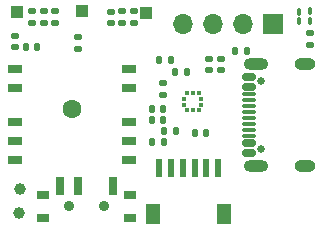
<source format=gbr>
%TF.GenerationSoftware,KiCad,Pcbnew,8.0.5*%
%TF.CreationDate,2024-11-08T04:09:33+01:00*%
%TF.ProjectId,hardware v4 pro max,68617264-7761-4726-9520-76342070726f,rev?*%
%TF.SameCoordinates,Original*%
%TF.FileFunction,Soldermask,Bot*%
%TF.FilePolarity,Negative*%
%FSLAX46Y46*%
G04 Gerber Fmt 4.6, Leading zero omitted, Abs format (unit mm)*
G04 Created by KiCad (PCBNEW 8.0.5) date 2024-11-08 04:09:33*
%MOMM*%
%LPD*%
G01*
G04 APERTURE LIST*
G04 Aperture macros list*
%AMRoundRect*
0 Rectangle with rounded corners*
0 $1 Rounding radius*
0 $2 $3 $4 $5 $6 $7 $8 $9 X,Y pos of 4 corners*
0 Add a 4 corners polygon primitive as box body*
4,1,4,$2,$3,$4,$5,$6,$7,$8,$9,$2,$3,0*
0 Add four circle primitives for the rounded corners*
1,1,$1+$1,$2,$3*
1,1,$1+$1,$4,$5*
1,1,$1+$1,$6,$7*
1,1,$1+$1,$8,$9*
0 Add four rect primitives between the rounded corners*
20,1,$1+$1,$2,$3,$4,$5,0*
20,1,$1+$1,$4,$5,$6,$7,0*
20,1,$1+$1,$6,$7,$8,$9,0*
20,1,$1+$1,$8,$9,$2,$3,0*%
G04 Aperture macros list end*
%ADD10R,1.700000X1.700000*%
%ADD11O,1.700000X1.700000*%
%ADD12C,1.000000*%
%ADD13RoundRect,0.140000X0.170000X-0.140000X0.170000X0.140000X-0.170000X0.140000X-0.170000X-0.140000X0*%
%ADD14R,1.000000X1.000000*%
%ADD15RoundRect,0.140000X-0.140000X-0.170000X0.140000X-0.170000X0.140000X0.170000X-0.140000X0.170000X0*%
%ADD16RoundRect,0.140000X0.140000X0.170000X-0.140000X0.170000X-0.140000X-0.170000X0.140000X-0.170000X0*%
%ADD17RoundRect,0.135000X0.185000X-0.135000X0.185000X0.135000X-0.185000X0.135000X-0.185000X-0.135000X0*%
%ADD18R,0.375000X0.350000*%
%ADD19R,0.350000X0.375000*%
%ADD20RoundRect,0.140000X-0.170000X0.140000X-0.170000X-0.140000X0.170000X-0.140000X0.170000X0.140000X0*%
%ADD21RoundRect,0.135000X-0.185000X0.135000X-0.185000X-0.135000X0.185000X-0.135000X0.185000X0.135000X0*%
%ADD22RoundRect,0.135000X-0.135000X-0.185000X0.135000X-0.185000X0.135000X0.185000X-0.135000X0.185000X0*%
%ADD23RoundRect,0.100000X-0.100000X0.217500X-0.100000X-0.217500X0.100000X-0.217500X0.100000X0.217500X0*%
%ADD24C,0.650000*%
%ADD25RoundRect,0.150000X-0.425000X0.150000X-0.425000X-0.150000X0.425000X-0.150000X0.425000X0.150000X0*%
%ADD26RoundRect,0.075000X-0.500000X0.075000X-0.500000X-0.075000X0.500000X-0.075000X0.500000X0.075000X0*%
%ADD27O,1.800000X1.000000*%
%ADD28O,2.100000X1.000000*%
%ADD29C,0.900000*%
%ADD30R,0.700000X1.600000*%
%ADD31R,0.700000X1.500000*%
%ADD32R,1.000000X0.800000*%
%ADD33R,0.600000X1.550000*%
%ADD34R,1.200000X1.800000*%
%ADD35C,1.600000*%
%ADD36R,1.200000X0.800000*%
G04 APERTURE END LIST*
D10*
%TO.C,J3*%
X148570000Y-92965000D03*
D11*
X146030000Y-92965000D03*
X143490000Y-92965000D03*
X140950000Y-92965000D03*
%TD*%
D12*
%TO.C,TP1*%
X127050000Y-108950000D03*
%TD*%
%TO.C,TP2*%
X127090000Y-106930000D03*
%TD*%
D13*
%TO.C,C11*%
X126700000Y-94910000D03*
X126700000Y-93950000D03*
%TD*%
D14*
%TO.C,TP3*%
X126880000Y-91970000D03*
%TD*%
D15*
%TO.C,C19*%
X138300000Y-101130000D03*
X139260000Y-101130000D03*
%TD*%
D16*
%TO.C,C12*%
X140310000Y-102050000D03*
X139350000Y-102050000D03*
%TD*%
D17*
%TO.C,R8*%
X136740000Y-92910000D03*
X136740000Y-91890000D03*
%TD*%
D18*
%TO.C,WSEN-PADS1*%
X141038000Y-99793000D03*
X141038000Y-99293000D03*
D19*
X141250000Y-98830000D03*
X141750000Y-98830000D03*
X142250000Y-98830000D03*
D18*
X142463000Y-99293000D03*
X142463000Y-99793000D03*
D19*
X142250000Y-100256000D03*
X141750000Y-100256000D03*
X141250000Y-100256000D03*
%TD*%
D15*
%TO.C,C2*%
X138930000Y-96010000D03*
X139890000Y-96010000D03*
%TD*%
%TO.C,C10*%
X127640000Y-94880000D03*
X128600000Y-94880000D03*
%TD*%
D20*
%TO.C,C24*%
X144100000Y-95920000D03*
X144100000Y-96880000D03*
%TD*%
D17*
%TO.C,R1*%
X151710000Y-94750000D03*
X151710000Y-93730000D03*
%TD*%
D21*
%TO.C,R9*%
X135750000Y-91900000D03*
X135750000Y-92920000D03*
%TD*%
D22*
%TO.C,R2*%
X145340000Y-95250000D03*
X146360000Y-95250000D03*
%TD*%
D21*
%TO.C,R10*%
X129120000Y-91850000D03*
X129120000Y-92870000D03*
%TD*%
D13*
%TO.C,C6*%
X134790000Y-92890000D03*
X134790000Y-91930000D03*
%TD*%
D23*
%TO.C,D2*%
X151680000Y-91912500D03*
X151680000Y-92727500D03*
%TD*%
D17*
%TO.C,R7*%
X128140000Y-92890000D03*
X128140000Y-91870000D03*
%TD*%
D20*
%TO.C,C22*%
X143140000Y-95910000D03*
X143140000Y-96870000D03*
%TD*%
D22*
%TO.C,R20*%
X140210000Y-97000000D03*
X141230000Y-97000000D03*
%TD*%
D24*
%TO.C,J4*%
X147565000Y-97780000D03*
X147565000Y-103560000D03*
D25*
X146490000Y-97470000D03*
X146490000Y-98270000D03*
D26*
X146490000Y-99420000D03*
X146490000Y-100420000D03*
X146490000Y-100920000D03*
X146490000Y-101920000D03*
D25*
X146490000Y-103070000D03*
X146490000Y-103870000D03*
X146490000Y-103870000D03*
X146490000Y-103070000D03*
D26*
X146490000Y-102420000D03*
X146490000Y-101420000D03*
X146490000Y-99920000D03*
X146490000Y-98920000D03*
D25*
X146490000Y-98270000D03*
X146490000Y-97470000D03*
D27*
X151245000Y-96350000D03*
D28*
X147065000Y-96350000D03*
D27*
X151245000Y-104990000D03*
D28*
X147065000Y-104990000D03*
%TD*%
D17*
%TO.C,R13*%
X132000000Y-95110000D03*
X132000000Y-94090000D03*
%TD*%
D29*
%TO.C,SW1*%
X134245000Y-108417500D03*
X131245000Y-108417500D03*
D30*
X130495000Y-106667500D03*
D31*
X131995000Y-106667500D03*
X134995000Y-106667500D03*
D32*
X136395000Y-109382500D03*
X136395000Y-107452500D03*
X129095000Y-109382500D03*
X129095000Y-107452500D03*
%TD*%
D14*
%TO.C,TP4*%
X132400000Y-91890000D03*
%TD*%
D23*
%TO.C,D3*%
X150730000Y-91942500D03*
X150730000Y-92757500D03*
%TD*%
D14*
%TO.C,TP5*%
X137810000Y-92040000D03*
%TD*%
D33*
%TO.C,J1*%
X143910000Y-105173000D03*
X142910000Y-105173000D03*
X141910000Y-105173000D03*
X140910000Y-105173000D03*
X139910000Y-105173000D03*
X138910000Y-105173000D03*
D34*
X144410000Y-109048000D03*
X138410000Y-109048000D03*
%TD*%
D16*
%TO.C,C13*%
X142880000Y-102210000D03*
X141920000Y-102210000D03*
%TD*%
D13*
%TO.C,C7*%
X130110000Y-92860000D03*
X130110000Y-91900000D03*
%TD*%
D15*
%TO.C,C20*%
X138310000Y-100180000D03*
X139270000Y-100180000D03*
%TD*%
D17*
%TO.C,R19*%
X139210000Y-98980000D03*
X139210000Y-97960000D03*
%TD*%
D35*
%TO.C,PA1010D1*%
X131530000Y-100130000D03*
D36*
X136380000Y-96780000D03*
X136380000Y-98380000D03*
X136380000Y-101280000D03*
X136380000Y-102880000D03*
X136380000Y-104480000D03*
X126680000Y-104480000D03*
X126680000Y-102880000D03*
X126680000Y-101280000D03*
X126680000Y-98380000D03*
X126680000Y-96780000D03*
%TD*%
D15*
%TO.C,C25*%
X138320000Y-102970000D03*
X139280000Y-102970000D03*
%TD*%
M02*

</source>
